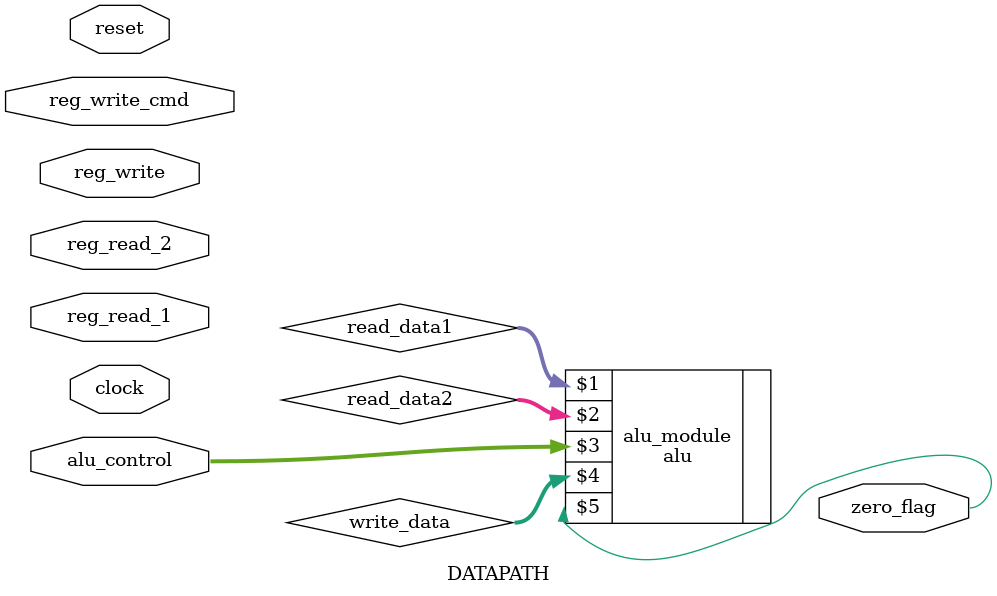
<source format=v>
`include "reg_file.v"
`include "alu.v"    

module DATAPATH (
    input [7:0] reg_read_1,
    input [7:0] reg_read_2,
    input [7:0] reg_write,
    input reg_write_cmd,

    input [7:0] alu_control,

    input clock,
    input reset,

    output zero_flag
);

    wire [63:0]read_data1;
    wire [63:0]read_data2;
    wire [63:0]write_data;


    reg_file reg_file_module(
        reg_read_1,
        reg_read_2,
        reg_write,
        reg_write_data,

        reg_write_cmd,
        reset,

        reg_read_data_1,
        reg_read_data_2,

        clock
    );

    alu alu_module(
        read_data1,
        read_data2,
        alu_control,
        write_data,
        zero_flag
    );
    
endmodule
</source>
